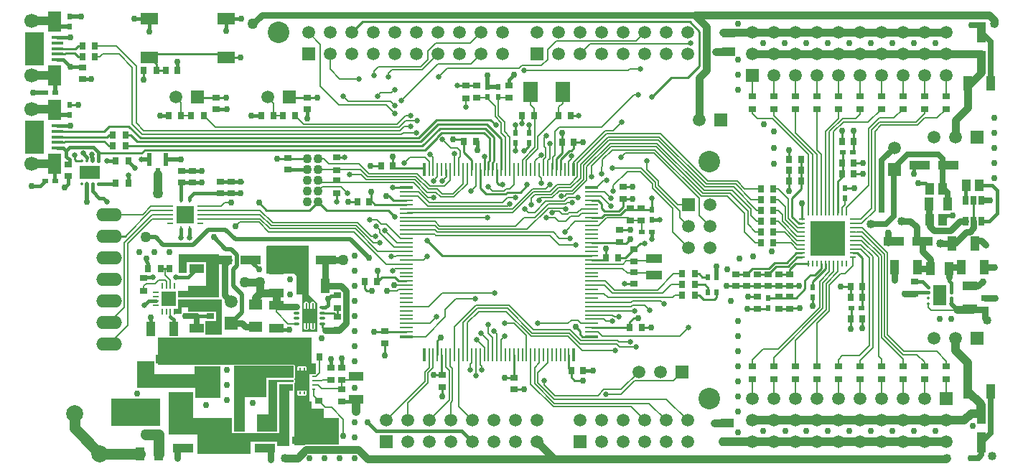
<source format=gtl>
%FSTAX23Y23*%
%MOIN*%
%SFA1B1*%

%IPPOS*%
%ADD10R,0.031500X0.035430*%
%ADD11R,0.035430X0.031500*%
%ADD12R,0.039370X0.094490*%
%ADD13R,0.043310X0.066930*%
%ADD14R,0.094490X0.039370*%
%ADD15R,0.066930X0.043310*%
%ADD16R,0.092520X0.072840*%
%ADD17R,0.023620X0.031500*%
%ADD18R,0.031500X0.023620*%
%ADD19R,0.059060X0.039370*%
%ADD20R,0.039370X0.059060*%
%ADD21R,0.053150X0.015750*%
%ADD22R,0.090550X0.157480*%
%ADD23R,0.062990X0.094490*%
%ADD24R,0.110240X0.137800*%
%ADD25R,0.023620X0.062990*%
%ADD26R,0.027560X0.035430*%
%ADD27R,0.035430X0.027560*%
%ADD28R,0.082680X0.055120*%
%ADD29R,0.019690X0.031500*%
%ADD30R,0.078740X0.078740*%
%ADD31O,0.031500X0.007870*%
%ADD32O,0.007870X0.031500*%
%ADD33O,0.019690X0.013780*%
%ADD34R,0.064960X0.094490*%
%ADD35R,0.094490X0.064960*%
%ADD36O,0.013780X0.019690*%
%ADD37R,0.074800X0.043310*%
%ADD38R,0.027560X0.039370*%
%ADD39O,0.019690X0.007870*%
%ADD40R,0.059060X0.068900*%
%ADD41O,0.031500X0.013780*%
%ADD42R,0.043310X0.055120*%
%ADD43R,0.064960X0.049210*%
%ADD44R,0.066930X0.066930*%
%ADD45R,0.015750X0.059060*%
%ADD46R,0.011020X0.059060*%
%ADD47R,0.059060X0.015750*%
%ADD48R,0.059060X0.011020*%
%ADD49O,0.031500X0.009840*%
%ADD50O,0.009840X0.031500*%
%ADD51R,0.161420X0.161420*%
%ADD52R,0.070870X0.094490*%
%ADD53C,0.010000*%
%ADD54C,0.008000*%
%ADD55C,0.030000*%
%ADD56C,0.020000*%
%ADD57C,0.015000*%
%ADD58C,0.035000*%
%ADD59C,0.040000*%
%ADD60C,0.050000*%
%ADD61C,0.025000*%
%ADD62R,0.010000X0.016000*%
%ADD63R,0.010000X0.025000*%
%ADD64C,0.059060*%
%ADD65R,0.059060X0.059060*%
%ADD66C,0.078740*%
%ADD67C,0.066930*%
%ADD68C,0.043310*%
%ADD69R,0.059060X0.059060*%
%ADD70O,0.120000X0.060000*%
%ADD71C,0.100000*%
%ADD72C,0.025000*%
%ADD73C,0.030000*%
%ADD74C,0.050000*%
%ADD75C,0.040000*%
%LNhammerhead_pcb_r1.0-1*%
%LPD*%
G36*
X0132Y00402D02*
X01245D01*
Y00172*
X0115*
Y00252*
X01205*
Y00412*
X0132*
Y00402*
G37*
G36*
X00988Y00621D02*
X0091D01*
Y00684*
X0096*
Y00729*
X00958*
Y00729*
X00911*
Y00729*
X0083*
Y0075*
X008*
Y00718*
X0077*
Y00741*
X00783*
Y00785*
X00988*
Y00621*
G37*
G36*
X00675Y0044D02*
X0086D01*
Y00475*
X0098*
Y0033*
X00865*
Y00375*
X00595*
Y005*
X00675*
Y0044*
G37*
G36*
X007Y002D02*
X00475D01*
Y00325*
X007*
Y002*
G37*
G36*
X0132Y00422D02*
X01195D01*
Y00332*
X01095*
Y00172*
X01045*
Y00477*
X0132*
Y00422*
G37*
G36*
X00975Y00973D02*
X00974Y0097D01*
X00975Y00966*
Y00796*
X00783*
Y00824*
X0083*
Y0085*
X00913*
Y00957*
X00823*
Y00909*
X00786*
Y00995*
X00975*
Y00973*
G37*
G36*
X0139Y0081D02*
X01422Y00777D01*
X01419Y00773*
X01415Y00775*
X01405*
X014Y00773*
X01398Y00769*
Y00744*
X014Y00739*
X01405Y00737*
X01415*
X01419Y00739*
X01421Y00744*
Y00769*
X01419Y00773*
X01423Y00776*
X0143Y0077*
Y00635*
X0136*
Y0081*
X01335*
Y00895*
X01325Y00905*
X01195*
Y01033*
X01196Y01034*
X0139*
Y0081*
G37*
G36*
X01318Y00362D02*
X013D01*
Y00105*
X01245*
Y00125*
X0112*
Y0007*
X00875*
Y0016*
X0074*
Y00355*
X00855*
Y00235*
X01035*
Y00165*
X01255*
Y00393*
X01318*
Y00362*
G37*
G36*
X01405Y0049D02*
X01425D01*
Y00441*
X01423Y0044*
X01395*
Y0028*
X01457*
X01459Y00277*
X0146Y00277*
Y00235*
X0153*
Y00112*
X01379*
X01369Y0011*
X01368Y0011*
X01325*
Y00398*
X01326Y00402*
Y00412*
X01325Y00416*
Y00418*
X01326Y00422*
Y00477*
X01325Y00481*
Y00482*
X01323*
X0132Y00483*
X01045*
X01041Y00482*
X0069*
Y0061*
X01405*
Y0049*
G37*
%LNhammerhead_pcb_r1.0-2*%
%LPC*%
G36*
X01415Y00682D02*
X01405D01*
X014Y0068*
X01398Y00676*
Y00651*
X014Y00646*
X01405Y00644*
X01415*
X01419Y00646*
X01421Y00651*
Y00676*
X01419Y0068*
X01415Y00682*
G37*
G36*
X01385Y00775D02*
X01375D01*
X0137Y00773*
X01368Y00769*
Y00744*
X0137Y00739*
X01375Y00737*
X01385*
X01389Y00739*
X01391Y00744*
Y00769*
X01389Y00773*
X01385Y00775*
G37*
G36*
Y00682D02*
X01375D01*
X0137Y0068*
X01368Y00676*
Y00651*
X0137Y00646*
X01375Y00644*
X01385*
X01389Y00646*
X01391Y00651*
Y00676*
X01389Y0068*
X01385Y00682*
G37*
G36*
X01375Y00366D02*
X01365D01*
X0136Y00365*
X01359*
X01355Y00366*
X01345*
X0134Y00365*
X01338Y0036*
Y00344*
X0134Y00339*
X01345Y00338*
X01355*
X01359Y00339*
X0136*
X01365Y00338*
X01375*
X01379Y00339*
X01381Y00344*
Y0036*
X01379Y00365*
X01375Y00366*
G37*
G36*
Y00476D02*
X01365D01*
X0136Y00475*
X01359*
X01355Y00476*
X01345*
X0134Y00475*
X01338Y0047*
Y00454*
X0134Y00449*
X01345Y00448*
X01355*
X01359Y00449*
X0136*
X01365Y00448*
X01375*
X01379Y00449*
X01381Y00454*
Y0047*
X01379Y00475*
X01375Y00476*
G37*
%LNhammerhead_pcb_r1.0-3*%
%LPD*%
G54D10*
X02382Y0164D03*
X02437D03*
X02607D03*
X02552D03*
X01652Y0087D03*
X01707D03*
X02665Y00455D03*
X0261D03*
X02937Y00655D03*
X02882D03*
X02622Y01515D03*
X02567D03*
X01727Y01405D03*
X01782D03*
X02167Y0152D03*
X02112D03*
X03907Y00845D03*
X03962D03*
X03907Y00795D03*
X03962D03*
X03922Y0137D03*
X03867D03*
X03922Y0142D03*
X03867D03*
X04052Y01305D03*
X04107D03*
X04052Y01255D03*
X04107D03*
X04052Y01205D03*
X04107D03*
X01327Y00132D03*
X01272D03*
X01387Y00517D03*
X01442D03*
X03867Y0152D03*
X03922D03*
X03962Y00695D03*
X03907D03*
X03622Y01385D03*
X03677D03*
X03622Y01335D03*
X03677D03*
X00782Y0185D03*
X00727D03*
X01617Y0124D03*
X01672D03*
X02827Y0098D03*
X02772D03*
G54D11*
X02885Y01152D03*
Y01207D03*
X02935Y01152D03*
Y01207D03*
X029Y00857D03*
Y00912D03*
Y01017D03*
Y00962D03*
X01745Y00582D03*
Y00637D03*
X02012Y00379D03*
Y00434D03*
X02345Y00367D03*
Y00422D03*
X02835Y01107D03*
Y01052D03*
X0285Y01307D03*
Y01252D03*
X03425Y00847D03*
Y00902D03*
X03375Y00847D03*
Y00902D03*
X03475Y00847D03*
Y00902D03*
X03525Y00847D03*
Y00902D03*
X03625Y00847D03*
Y00902D03*
X03575Y00847D03*
Y00902D03*
X03625Y00742D03*
Y00797D03*
X03575Y00742D03*
Y00797D03*
X0453Y00792D03*
Y00737D03*
X00935Y00707D03*
Y00762D03*
X00275Y01357D03*
Y01412D03*
X0034Y01807D03*
Y01862D03*
X0096Y01667D03*
Y01722D03*
X01385Y01667D03*
Y01722D03*
X03475Y00797D03*
Y00742D03*
X04205Y00812D03*
Y00867D03*
X01436Y0026D03*
Y00315D03*
X01495Y00468D03*
Y00413D03*
X008Y01382D03*
Y01327D03*
X0085Y01382D03*
Y01327D03*
X0217Y01777D03*
Y01722D03*
X0232Y01777D03*
Y01722D03*
X01295Y01442D03*
Y01387D03*
X0098Y01332D03*
Y01277D03*
X0103Y01332D03*
Y01277D03*
G54D12*
X04515Y00123D03*
Y00256D03*
Y02026D03*
Y01893D03*
G54D13*
X04451Y0036D03*
X04558D03*
X04451Y0179D03*
X04558D03*
X01276Y00277D03*
X01383D03*
X01276Y00197D03*
X01383D03*
X01071Y00212D03*
X01178D03*
X04421Y00935D03*
X04528D03*
X04218D03*
X04111D03*
X01468Y0085D03*
X01361D03*
X00763Y0065D03*
X00656D03*
X04376Y01045D03*
X04483D03*
G54D14*
X01186Y00095D03*
X01053D03*
X00808D03*
X00941D03*
X04108Y01055D03*
X04241D03*
X01121Y0097D03*
X00988D03*
X01338D03*
X01471D03*
X04361Y0141D03*
X04228D03*
G54D15*
X00795Y00401D03*
Y00508D03*
X00715Y00401D03*
Y00508D03*
X01612Y00428D03*
Y00321D03*
X0446Y00741D03*
Y00848D03*
X0087Y00758D03*
Y00651D03*
Y00821D03*
Y00928D03*
X0124Y00758D03*
Y00651D03*
Y00816D03*
Y00923D03*
G54D16*
X00648Y00285D03*
X00791D03*
G54D17*
X02985Y01156D03*
Y01203D03*
X03525Y00793D03*
Y00746D03*
X0373Y00796D03*
Y00843D03*
X0388Y01303D03*
Y01256D03*
X0028Y02098D03*
Y02051D03*
Y01688D03*
Y01641D03*
X0222Y01773D03*
Y01726D03*
X0227Y01773D03*
Y01726D03*
X0235Y01511D03*
Y01558D03*
X02415Y01511D03*
Y01558D03*
G54D18*
X02983Y011D03*
X02936D03*
X03958Y00745D03*
X03911D03*
X03871Y0147D03*
X03918D03*
X00166Y01335D03*
X00213D03*
X00166Y01745D03*
X00213D03*
G54D19*
X03335Y00213D03*
Y00126D03*
X0334Y02023D03*
Y01936D03*
G54D20*
X00693Y0007D03*
X00606D03*
X04363Y0093D03*
X04276D03*
X04271Y0123D03*
X04358D03*
G54D21*
X00223Y01515D03*
Y01592D03*
Y01566D03*
Y0154D03*
Y01489D03*
Y01925D03*
Y02002D03*
Y01976D03*
Y0195D03*
Y01899D03*
G54D22*
X00118Y0154D03*
Y0195D03*
G54D23*
X00212Y01665D03*
Y01416D03*
Y02075D03*
Y01826D03*
G54D24*
X00921Y00402D03*
X01138D03*
G54D25*
X0069Y01364D03*
X00652Y01435D03*
X00727D03*
G54D26*
X03125Y00855D03*
X03184D03*
Y00905D03*
X03125D03*
Y00805D03*
X03184D03*
X00904Y0164D03*
X00845D03*
X0074D03*
X00799D03*
X01329D03*
X0127D03*
X0117D03*
X01229D03*
X0349Y011D03*
X03549D03*
X0349Y0105D03*
X03549D03*
X00482Y01548D03*
X00541D03*
X00482Y01498D03*
X00541D03*
X0034Y01962D03*
X00399D03*
X0034Y01912D03*
X00399D03*
X00554Y0143D03*
X00495D03*
X00554Y01325D03*
X00495D03*
X0349Y0125D03*
X03549D03*
X0349Y012D03*
X03549D03*
X0349Y0115D03*
X03549D03*
X0349Y013D03*
X03549D03*
X00745Y0093D03*
X00804D03*
X00645D03*
X00704D03*
X0362Y01435D03*
X03679D03*
X00684Y0185D03*
X00625D03*
G54D27*
X0435Y00474D03*
Y00415D03*
Y01729D03*
Y0167D03*
X0425Y00474D03*
Y00415D03*
Y01729D03*
Y0167D03*
X0415Y00474D03*
Y00415D03*
Y01729D03*
Y0167D03*
X0405Y00474D03*
Y00415D03*
Y01729D03*
Y0167D03*
X0395Y00474D03*
Y00415D03*
Y01729D03*
Y0167D03*
X0385Y00474D03*
Y00415D03*
Y01729D03*
Y0167D03*
X0375Y00474D03*
Y00415D03*
Y01729D03*
Y0167D03*
X0365Y00474D03*
Y00415D03*
Y01729D03*
Y0167D03*
X0355Y00474D03*
Y00415D03*
Y01729D03*
Y0167D03*
X0345Y00474D03*
Y00415D03*
Y01729D03*
Y0167D03*
X01544Y00311D03*
Y0037D03*
Y0047D03*
Y00411D03*
X01525Y00704D03*
Y00645D03*
Y00804D03*
Y00745D03*
X0152Y01385D03*
Y01444D03*
Y01339D03*
Y0128D03*
X0212Y01779D03*
Y0172D03*
X00625Y00884D03*
Y00825D03*
G54D28*
X01007Y0209D03*
X00652D03*
X01007Y01909D03*
X00652D03*
G54D29*
X03285Y0089D03*
Y0082D03*
X03245Y0089D03*
Y0082D03*
G54D30*
X00818Y0118D03*
G54D31*
X00886Y01219D03*
Y01199D03*
Y0118D03*
Y0116D03*
Y0114D03*
X00749D03*
Y0116D03*
Y0118D03*
Y01199D03*
Y01219D03*
X0068Y00819D03*
Y00799D03*
Y0078D03*
Y0076D03*
X00799D03*
Y0078D03*
Y00799D03*
Y00819D03*
G54D32*
X00837Y01111D03*
X00798D03*
Y01248D03*
X00837D03*
X00769Y00849D03*
X00749D03*
X0073D03*
X0071D03*
Y0073D03*
X0073D03*
X00749D03*
X00769D03*
G54D33*
X04373Y00766D03*
Y00792D03*
Y00817D03*
Y00843D03*
X04266D03*
Y00817D03*
Y00792D03*
Y00766D03*
G54D34*
X0432Y00805D03*
X0136Y00407D03*
G54D35*
X00375Y01375D03*
G54D36*
X00336Y01428D03*
X00362D03*
X00387D03*
X00413D03*
Y01321D03*
X00387D03*
X00362D03*
X00336D03*
G54D37*
X02995Y00976D03*
Y009D03*
G54D38*
X04514Y01244D03*
X04477D03*
X0444D03*
X04514Y0115D03*
X04477D03*
X0444D03*
G54D39*
X01306Y00368D03*
Y00387D03*
Y00407D03*
Y00427D03*
Y00446D03*
X01413D03*
Y00427D03*
Y00407D03*
Y00387D03*
Y00368D03*
G54D40*
X01395Y0071D03*
G54D41*
X01335Y00671D03*
Y00697D03*
Y00722D03*
Y00748D03*
X01454D03*
Y00722D03*
Y00697D03*
Y00671D03*
G54D42*
X04334Y013D03*
X04275D03*
Y01155D03*
X04334D03*
X04504Y01315D03*
X04445D03*
G54D43*
X01145Y00762D03*
Y00657D03*
G54D44*
X0074Y0079D03*
G54D45*
X02621Y01389D03*
X01928D03*
Y0053D03*
X02621D03*
G54D46*
X02599Y01389D03*
X0258D03*
X0256D03*
X0254D03*
X02521D03*
X02501D03*
X02481D03*
X02462D03*
X02442D03*
X02422D03*
X02402D03*
X02383D03*
X02363D03*
X02343D03*
X02324D03*
X02304D03*
X02284D03*
X02265D03*
X02245D03*
X02225D03*
X02206D03*
X02186D03*
X02166D03*
X02147D03*
X02127D03*
X02107D03*
X02087D03*
X02068D03*
X02048D03*
X02028D03*
X02009D03*
X01989D03*
X01969D03*
X0195D03*
Y0053D03*
X01969D03*
X01989D03*
X02009D03*
X02028D03*
X02048D03*
X02068D03*
X02087D03*
X02107D03*
X02127D03*
X02147D03*
X02166D03*
X02186D03*
X02206D03*
X02225D03*
X02245D03*
X02265D03*
X02284D03*
X02304D03*
X02324D03*
X02343D03*
X02363D03*
X02383D03*
X02402D03*
X02422D03*
X02442D03*
X02462D03*
X02481D03*
X02501D03*
X02521D03*
X0254D03*
X0256D03*
X0258D03*
X02599D03*
G54D47*
X01845Y01306D03*
Y00613D03*
X02704D03*
Y01306D03*
G54D48*
X01845Y01284D03*
Y01265D03*
Y01245D03*
Y01225D03*
Y01206D03*
Y01186D03*
Y01166D03*
Y01147D03*
Y01127D03*
Y01107D03*
Y01087D03*
Y01068D03*
Y01048D03*
Y01028D03*
Y01009D03*
Y00989D03*
Y00969D03*
Y0095D03*
Y0093D03*
Y0091D03*
Y00891D03*
Y00871D03*
Y00851D03*
Y00832D03*
Y00812D03*
Y00792D03*
Y00772D03*
Y00753D03*
Y00733D03*
Y00713D03*
Y00694D03*
Y00674D03*
Y00654D03*
Y00635D03*
X02704D03*
Y00654D03*
Y00674D03*
Y00694D03*
Y00713D03*
Y00733D03*
Y00753D03*
Y00772D03*
Y00792D03*
Y00812D03*
Y00832D03*
Y00851D03*
Y00871D03*
Y00891D03*
Y0091D03*
Y0093D03*
Y0095D03*
Y00969D03*
Y00989D03*
Y01009D03*
Y01028D03*
Y01048D03*
Y01068D03*
Y01087D03*
Y01107D03*
Y01127D03*
Y01147D03*
Y01166D03*
Y01186D03*
Y01206D03*
Y01225D03*
Y01245D03*
Y01265D03*
Y01284D03*
G54D49*
X03681Y01158D03*
Y01138D03*
Y01119D03*
Y01099D03*
Y01079D03*
Y0106D03*
Y0104D03*
Y0102D03*
Y01001D03*
Y00981D03*
X03918D03*
Y01001D03*
Y0102D03*
Y0104D03*
Y0106D03*
Y01079D03*
Y01099D03*
Y01119D03*
Y01138D03*
Y01158D03*
G54D50*
X03711Y00951D03*
X03731D03*
X0375D03*
X0377D03*
X0379D03*
X03809D03*
X03829D03*
X03849D03*
X03868D03*
X03888D03*
Y01188D03*
X03868D03*
X03849D03*
X03829D03*
X03809D03*
X0379D03*
X0377D03*
X0375D03*
X03731D03*
X03711D03*
G54D51*
X038Y0107D03*
G54D52*
X0242Y0175D03*
X0257D03*
G54D53*
X0285Y01252D02*
X02895D01*
X019Y01535D02*
X01985Y0162D01*
X0191Y01519D02*
X01991Y016D01*
X01919Y01499D02*
X02Y0158D01*
X0061Y01535D02*
X019D01*
X01906Y01519D02*
X0191D01*
X01906Y01519D02*
X01906Y01519D01*
X00603Y01519D02*
X01906D01*
X01765Y01265D02*
X01784Y01245D01*
X0179Y0089D02*
X01808Y00871D01*
X01732Y0089D02*
X0179D01*
X01435Y0124D02*
X01475Y012D01*
X02218Y016D02*
X02284Y01533D01*
Y01389D02*
Y01533D01*
X02246Y01425D02*
X0225Y01429D01*
X02246Y01423D02*
Y01425D01*
X02245Y01422D02*
X02246Y01423D01*
X02225Y01425D02*
X0223Y0143D01*
X02245Y01389D02*
Y01422D01*
X02415Y01558D02*
Y01595D01*
X0235Y01558D02*
Y01595D01*
X02382Y01602D02*
Y0164D01*
X02645D02*
D01*
X02607D02*
X02645D01*
X02401Y01323D02*
X02405Y0132D01*
X0201Y00989D02*
X02704D01*
X0116Y01235D02*
X01195Y012D01*
X01395*
X01435Y0124*
X00258Y01518D02*
X00442D01*
X00258Y01538D02*
X00453D01*
X00311Y01428D02*
X00336D01*
X00305Y01435D02*
X00311Y01428D01*
X00305Y01435D02*
Y01455D01*
X00256Y01515D02*
X00258Y01518D01*
X00223Y01515D02*
X00256D01*
X01302Y01722D02*
X01385D01*
X02112Y01467D02*
Y0153D01*
Y01467D02*
X02147Y01432D01*
X02Y0158D02*
X0221D01*
X01991Y016D02*
X02218D01*
X01985Y0162D02*
X02235D01*
X0206Y0153D02*
X02112D01*
X0194Y0106D02*
X0201Y00989D01*
X02835Y01107D02*
X02885D01*
X0285Y01307D02*
X02895D01*
X02865Y01045D02*
X02885Y01065D01*
X02842Y01045D02*
X02865D01*
X02835Y01052D02*
X02842Y01045D01*
X02661Y00613D02*
X02704D01*
X0265Y00625D02*
X02661Y00613D01*
X0265Y00625D02*
Y0064D01*
X0263Y0066D02*
X0265Y0064D01*
X01782Y01405D02*
Y01447D01*
X02985Y01203D02*
Y01255D01*
X03205Y0187D02*
Y0203D01*
X0315Y01815D02*
X03205Y0187D01*
X02275Y0132D02*
X0229D01*
X02265Y01329D02*
X02275Y0132D01*
X02265Y01329D02*
Y01389D01*
X01989Y0053D02*
Y00594D01*
X02009Y00437D02*
Y0053D01*
X01007Y01909D02*
X01075D01*
X00684Y0185D02*
X00727D01*
X01245Y0144D02*
X01385D01*
X0152Y01444D02*
X01559D01*
X0152Y0124D02*
Y0128D01*
X0235Y01475D02*
Y01511D01*
X02415Y015D02*
Y01511D01*
X0239Y01475D02*
X02415Y015D01*
X01385Y01722D02*
X0143D01*
X00625Y01805D02*
Y0185D01*
X00652Y01909D02*
X00684Y01877D01*
Y0185D02*
Y01877D01*
X013Y01725D02*
X01302Y01722D01*
X0096D02*
X01007D01*
X00875Y01725D02*
X00877Y01722D01*
X0096*
X02235Y0162D02*
X0226Y01595D01*
X0063Y0148D02*
X0193D01*
X00555Y0159D02*
X0061Y01535D01*
X00603Y01519D02*
X00603Y01519D01*
X00593Y01519D02*
X00603D01*
X00565Y01548D02*
X00593Y01519D01*
X00566Y01499D02*
X01919D01*
X00615Y01465D02*
X0063Y0148D01*
X0042Y01465D02*
X00615D01*
X00541Y01548D02*
X00565D01*
X00465Y0159D02*
X00555D01*
X00441Y01566D02*
X00465Y0159D01*
X00223Y01566D02*
X00441D01*
X00223Y01566D02*
X00223Y01566D01*
X0221Y0158D02*
X0225Y0154D01*
Y01429D02*
Y0154D01*
X00541Y01498D02*
X00565D01*
X00566Y01499*
X00442Y01518D02*
X00463Y01498D01*
X00453Y01538D02*
X00463Y01548D01*
X02205Y0156D02*
X0223Y01535D01*
Y0143D02*
Y01535D01*
X02147Y01389D02*
Y01432D01*
X02225Y01389D02*
Y01425D01*
X02206Y01389D02*
Y0145D01*
X00463Y01548D02*
X00482D01*
X00463Y01498D02*
X00482D01*
X00256Y0154D02*
X00258Y01538D01*
X00223Y0154D02*
X00256D01*
X0197Y00434D02*
X02012D01*
Y00334D02*
Y00379D01*
X01662Y00826D02*
X01684D01*
X01652Y00835D02*
X01662Y00826D01*
X01652Y00835D02*
Y0087D01*
X0026Y0195D02*
X00262Y01948D01*
X00223Y0195D02*
X0026D01*
Y01925D02*
X00262Y01928D01*
X00321Y01962D02*
X0034D01*
X00307Y01948D02*
X00321Y01962D01*
X00262Y01948D02*
X00307D01*
X00321Y01912D02*
X0034D01*
X00304Y01928D02*
X00321Y01912D01*
X00262Y01928D02*
X00304D01*
X03677Y01297D02*
Y01335D01*
X03635Y01255D02*
X03677Y01297D01*
X03635Y0117D02*
Y01255D01*
X03622Y0129D02*
Y01385D01*
X0362Y01435D02*
Y0148D01*
X03681Y01158D02*
Y01233D01*
X03666Y01138D02*
X03681D01*
X03635Y0117D02*
X03666Y01138D01*
X03679Y01336D02*
Y01435D01*
X01808Y00871D02*
X01845D01*
X01784Y01245D02*
X01845D01*
X01712Y0087D02*
X01732Y0089D01*
X01454Y00654D02*
X01468Y00641D01*
X01454Y00654D02*
Y00671D01*
X01525Y00704D02*
Y00745D01*
X01506Y00722D02*
X01525Y00704D01*
X01454Y00722D02*
X01506D01*
X02599Y00465D02*
Y0053D01*
X00704Y0093D02*
X00745D01*
X03285Y00795D02*
Y0082D01*
X03275Y00785D02*
X03285Y00795D01*
X03225Y00785D02*
X03275D01*
X03205Y00805D02*
X03225Y00785D01*
X03184Y00805D02*
X03205D01*
X03245Y0082D02*
Y00839D01*
X0323Y00855D02*
X03245Y00839D01*
X03184Y00855D02*
X0323D01*
X03219Y0089D02*
X03245D01*
X03205Y00905D02*
X03219Y0089D01*
X03184Y00905D02*
X03205D01*
X03922Y0152D02*
Y01567D01*
X03427Y00742D02*
X03475D01*
X03907Y00647D02*
Y00695D01*
X04205Y00812D02*
X0421Y00817D01*
X04554Y01244D02*
X04555Y01245D01*
X04477Y0115D02*
Y01244D01*
X03962Y00845D02*
Y00977D01*
X03938Y01001D02*
X03962Y00977D01*
X03918Y01001D02*
X03938D01*
X0386Y00845D02*
X03915D01*
X0373Y00855D02*
Y00867D01*
X0379Y00927D02*
Y00951D01*
X0373Y00867D02*
X0379Y00927D01*
X0377Y0093D02*
Y00951D01*
X0374Y009D02*
X0377Y0093D01*
X0372Y009D02*
X0374D01*
X03695Y00875D02*
X0372Y009D01*
X03695Y00835D02*
Y00875D01*
X03653Y00793D02*
X03695Y00835D01*
X03525Y00793D02*
X03653D01*
X0373Y00755D02*
Y00796D01*
X03867Y0152D02*
Y01567D01*
X03918Y0147D02*
X03922Y01473D01*
Y0152*
X03965Y0142D02*
D01*
X03922D02*
X03965D01*
Y0137D02*
D01*
X03922D02*
X03965D01*
X0388Y01303D02*
X03923D01*
X03871Y01373D02*
Y0147D01*
X03867Y0136D02*
Y0137D01*
Y01352D02*
Y0136D01*
X0386Y01352D02*
X03867Y0136D01*
X03849Y01188D02*
Y01334D01*
X03867Y01352*
X01679Y01405D02*
X01727D01*
X02831Y01048D02*
X02835Y01052D01*
X02704Y01048D02*
X02831D01*
X02937Y00655D02*
X0298D01*
X02345Y00367D02*
X0239D01*
X023Y00422D02*
X02345D01*
X02343Y00431D02*
Y0053D01*
X01989Y00594D02*
X02005Y0061D01*
X01745Y00525D02*
Y00582D01*
X01695Y00635D02*
X01845D01*
X01712Y0087D02*
Y00917D01*
X01575Y0124D02*
X01622D01*
X02857Y00857D02*
X029D01*
X02895Y01027D02*
D01*
X03867Y0137D02*
X03871Y01373D01*
X03962Y00652D02*
Y00695D01*
X03907Y00795D02*
Y00845D01*
Y00695D02*
X03911Y00698D01*
Y00745*
X03962Y00748D02*
Y00795D01*
Y00845*
X03958Y00745D02*
X03962Y00748D01*
X03432Y00797D02*
X03475D01*
X03521Y00742D02*
X03525Y00746D01*
X03475Y00742D02*
X03521D01*
X03627Y00745D02*
X0367D01*
X03625Y00742D02*
X03627Y00745D01*
X03575Y00742D02*
X03625D01*
X03332Y00847D02*
X03375D01*
X03625D02*
X03667D01*
X03575D02*
X03625D01*
X03525D02*
X03575D01*
X03475D02*
X03525D01*
X03425D02*
X03475D01*
X03375D02*
X03425D01*
X03655Y01001D02*
X03681D01*
X03658Y00981D02*
X03681D01*
X03617Y0094D02*
X03658Y00981D01*
X0361Y00956D02*
X03655Y01001D01*
X03555Y00956D02*
X0361D01*
X03562Y0094D02*
X03617D01*
X03651Y00951D02*
X03711D01*
X03625Y00925D02*
X03651Y00951D01*
X03625Y00902D02*
Y00925D01*
X03529Y00929D02*
X03555Y00956D01*
X03451Y00929D02*
X03529D01*
X03425Y00902D02*
X03451Y00929D01*
X03375Y00902D02*
X03425D01*
X03475D02*
X03525D01*
X03562Y0094*
X03575Y00902D02*
X03625D01*
X01475Y012D02*
X0176D01*
X0179Y0117*
X02373Y01283D02*
X02401Y01311D01*
Y01323*
X02313Y01283D02*
X02373D01*
X02305Y01275D02*
X02313Y01283D01*
X02186Y01303D02*
Y01389D01*
Y01303D02*
X02215Y01275D01*
X02305*
X02567Y01515D02*
Y01557D01*
X02622Y01515D02*
X02665D01*
X02622D02*
D01*
Y01487D02*
Y01515D01*
X02567Y01466D02*
Y01515D01*
X02601Y01476D02*
X02611D01*
X02622Y01487*
X02704Y01166D02*
X02751D01*
X02704Y01245D02*
X02735D01*
X0275Y0123*
X02751Y01166D02*
X02764Y01179D01*
X0275Y0121D02*
Y0123D01*
Y0121D02*
X02765Y01195D01*
X0283*
X0285Y01215*
Y01252*
X02836Y01179D02*
X02861Y01203D01*
X02985*
X02764Y01179D02*
X02836D01*
X029Y01017D02*
X02902D01*
X0293Y01045*
X0295*
X0256Y01389D02*
Y01435D01*
X02601Y01476*
X0254Y01389D02*
Y01439D01*
X02567Y01466*
X029Y007D02*
X0292D01*
X02704Y00654D02*
X02882D01*
X02772Y0098D02*
Y01022D01*
X02827Y0098D02*
X02862D01*
X029Y01017*
X02704Y00969D02*
X02762D01*
X02772Y0098*
X0028Y01688D02*
X0032D01*
X00652Y01909D02*
X00668Y01925D01*
X00991*
X01007Y01909*
X0193Y0148D02*
X01986Y01536D01*
Y01539*
X02006Y0156*
X02205*
X00223Y01925D02*
X0026D01*
X02082Y01777D02*
X0217D01*
X0316Y02075D02*
X03205Y0203D01*
X0159Y02025D02*
X0164Y02075D01*
X0316*
X0168Y01245D02*
Y01285D01*
Y01245D02*
X01699Y01225D01*
X01845*
X0175Y01265D02*
X01765D01*
X0178Y01305D02*
X01844D01*
X01845Y01306*
X01782Y01405D02*
X01792Y01395D01*
X01922*
X01928Y01389*
X02985Y01725D02*
X03075Y01815D01*
X0315*
X00465Y0108D02*
X0054D01*
X02882Y00682D02*
X029Y007D01*
X02882Y00654D02*
Y00682D01*
X02615Y00455D02*
Y00465D01*
X0261Y00424D02*
Y00455D01*
Y00424D02*
X02625Y0041D01*
X02665*
G54D54*
X0177Y01705D02*
X0179Y01684D01*
X0184Y0164D02*
X01865D01*
X0197Y01335D02*
X01989Y01354D01*
Y01389*
X0206Y01275D02*
X02107Y01322D01*
X02065Y01261D02*
X02127Y01322D01*
X02004Y01261D02*
X02065D01*
X02127Y01322D02*
Y01389D01*
X0201Y01275D02*
X0206D01*
X0175Y0095D02*
X01845D01*
X0179Y0093D02*
X01845D01*
X0178Y0092D02*
X0179Y0093D01*
X02595Y0126D02*
X0264D01*
X0258Y01265D02*
X02589Y01274D01*
X02565Y01265D02*
X0258D01*
X0259Y01235D02*
X02615D01*
X02589Y01274D02*
X02617D01*
X0239Y01165D02*
X0244D01*
X0241Y0119D02*
X0244D01*
X02656Y01186D02*
X02704D01*
X02656Y01206D02*
X02704D01*
X01924Y00969D02*
X0194Y00985D01*
X01845Y00969D02*
X01924D01*
X01799Y00989D02*
X01845D01*
X01795Y00985D02*
X01799Y00989D01*
X01775Y00985D02*
X01795D01*
X01711Y01009D02*
X01845D01*
X02455Y00445D02*
X02501Y00491D01*
X02455Y00399D02*
Y00445D01*
Y00399D02*
X02532Y00322D01*
X0244Y0047D02*
X02462Y00492D01*
X0244Y00394D02*
Y0047D01*
Y00394D02*
X02531Y00303D01*
X02422Y00392D02*
Y0053D01*
Y00392D02*
X02526Y00289D01*
X02501Y00491D02*
Y0053D01*
X02462Y00492D02*
Y0053D01*
X02395Y01205D02*
X0241Y0119D01*
X01775Y01745D02*
X0179Y0176D01*
X01725Y01745D02*
X01775D01*
X0171Y0173D02*
X01725Y01745D01*
X016Y011D02*
X0175Y0095D01*
X01745Y01105D02*
X01801Y01048D01*
X01845*
X01816Y01068D02*
X01845D01*
X01806Y01078D02*
X01816Y01068D01*
X01786Y01028D02*
X01845D01*
X01606Y01114D02*
X01711Y01009D01*
X0168Y0108D02*
X017D01*
X01618Y01142D02*
X0168Y0108D01*
X0169Y0105D02*
X0172D01*
X01612Y01128D02*
X0169Y0105D01*
X01205Y011D02*
X016D01*
X01211Y01114D02*
X01606D01*
X01217Y01128D02*
X01612D01*
X01223Y01142D02*
X01618D01*
X01165Y01199D02*
X01223Y01142D01*
X01165Y0118D02*
X01217Y01128D01*
X01165Y0116D02*
X01211Y01114D01*
X0116Y01145D02*
X01205Y011D01*
X023Y01565D02*
X02324Y0154D01*
X023Y01565D02*
Y0161D01*
X02324Y01389D02*
Y0154D01*
X02285Y0156D02*
X02304Y0154D01*
Y01389D02*
Y0154D01*
X02285Y0156D02*
Y01605D01*
X0227Y0164D02*
X023Y0161D01*
X02256Y01634D02*
X02285Y01605D01*
X02075Y0079D02*
X02165D01*
X02025Y0074D02*
X02075Y0079D01*
X01954Y00674D02*
X01985Y00705D01*
X02726Y01306D02*
X0276Y0134D01*
X02704Y01306D02*
X02726D01*
X0107Y01145D02*
X0116D01*
X0105Y01125D02*
X0107Y01145D01*
X00886Y0116D02*
X01165D01*
X00886Y0118D02*
X01165D01*
X02555Y0104D02*
X0263D01*
X02842Y00367D02*
X02925Y0045D01*
X0276Y00367D02*
X02842D01*
X02535Y0034D02*
X02733D01*
X02485Y0039D02*
X02535Y0034D01*
X02485Y0039D02*
Y0041D01*
X02532Y00322D02*
X03052D01*
X02531Y00303D02*
X02972D01*
X02526Y00289D02*
X02886D01*
X02733Y0034D02*
X0276Y00367D01*
X0277Y00345D02*
X0284D01*
X02905Y0041*
X03085*
X03125Y0045*
X03052Y00322D02*
X0315Y00225D01*
X02555Y0107D02*
X02605D01*
X0155Y0173D02*
X01575Y01705D01*
X0177*
X0175Y0169D02*
X0179Y0165D01*
X02095Y0145D02*
Y01475D01*
X0208Y0149D02*
X02095Y01475D01*
X02206Y0053D02*
Y00563D01*
X0217Y006D02*
X02206Y00563D01*
X02225Y0053D02*
Y00594D01*
X02256Y01634D02*
Y01682D01*
X02216Y01722D02*
X02256Y01682D01*
X0227Y0164D02*
Y01726D01*
X02455Y00674D02*
X02594D01*
X02655Y00675D02*
X02705D01*
X0264Y0069D02*
X02655Y00675D01*
X02595Y00615D02*
X0266Y0055D01*
X02815*
X0261Y0069D02*
X0264D01*
X02594Y00674D02*
X0261Y0069D01*
X02599Y01389D02*
Y01424D01*
X0201Y00815D02*
X02255D01*
X01948Y00753D02*
X0201Y00815D01*
X01845Y00753D02*
X01948D01*
X01845Y00674D02*
X01954D01*
X02704Y00733D02*
X02903D01*
X0277Y00685D02*
X028D01*
X0276Y00694D02*
X0277Y00685D01*
X02704Y00694D02*
X0276D01*
X02704Y00713D02*
X02802D01*
X02811Y00705*
X0283*
X01435Y0139D02*
X0163D01*
X01485Y01415D02*
X01625D01*
X0158Y01365D02*
X01635D01*
X02704Y00753D02*
X02888D01*
X02886Y01151D02*
X02936D01*
X02885Y01152D02*
X02886Y01151D01*
X02936Y011D02*
Y01151D01*
X02425Y01225D02*
Y01255D01*
X01845Y01206D02*
X01845Y01206D01*
X01845Y01284D02*
X019D01*
X01945Y0126D02*
X0197D01*
X01845Y01265D02*
X01899D01*
X0195Y00469D02*
Y0053D01*
X01969Y00469D02*
Y0053D01*
X01945Y00444D02*
X01969Y00469D01*
X01945Y004D02*
Y00444D01*
X01931Y0045D02*
X0195Y00469D01*
X01845Y01186D02*
X01848Y01189D01*
X03357Y01293D02*
X03445Y01205D01*
X03363Y01307D02*
X0347Y012D01*
X03374Y01321D02*
X03445Y0125D01*
X0338Y01335D02*
X03415Y013D01*
X02107Y01322D02*
Y01389D01*
X02028D02*
X0203Y01388D01*
Y01355D02*
Y01388D01*
X0201Y01335D02*
X0203Y01355D01*
X02048Y01338D02*
Y01389D01*
X01455Y0131D02*
X0154D01*
X01435Y0129D02*
X01455Y0131D01*
X0146Y0144D02*
X01485Y01415D01*
X01435Y0144D02*
X0146D01*
X00886Y01199D02*
X01165D01*
X00799Y0164D02*
X00845D01*
X00799D02*
D01*
Y017D01*
X00775Y01725D02*
X00799Y017D01*
X01229Y0164D02*
Y01695D01*
X012Y01725D02*
X01229Y01695D01*
X0127Y0164D02*
D01*
X01229D02*
X0127D01*
X01329D02*
X01369Y016D01*
X018*
X0184Y0164*
X0181Y01585D02*
X0184Y01615D01*
X01895*
X02087Y01442D02*
X02095Y0145D01*
X02087Y01389D02*
Y01442D01*
X02068Y01389D02*
Y01461D01*
X00959Y01585D02*
X0181D01*
X00904Y0164D02*
X00959Y01585D01*
X03415Y013D02*
X0349D01*
X03445Y0125D02*
X0349D01*
X0347Y012D02*
X0349D01*
X03465Y0105D02*
X0349D01*
X03465Y011D02*
X0349D01*
X03445Y01175D02*
Y01205D01*
X0347Y0115D02*
X0349D01*
X03445Y01175D02*
X0347Y0115D01*
X0217Y01722D02*
X02216D01*
X0212Y0168D02*
D01*
Y0172*
X02166Y01311D02*
Y01389D01*
X02145Y0129D02*
X02166Y01311D01*
X0227Y01726D02*
X02273Y01722D01*
X0232*
X02552Y01677D02*
X0257Y01695D01*
Y0175*
X02437Y0164D02*
Y01672D01*
X0242Y01689D02*
X02437Y01672D01*
X0242Y01689D02*
Y0175D01*
X0185Y00305D02*
X01945Y004D01*
X0185Y00225D02*
Y00305D01*
X01931Y00406D02*
Y0045D01*
X0175Y00225D02*
X01931Y00406D01*
X03618Y01161D02*
X0366Y01119D01*
X03604Y01155D02*
X0366Y01099D01*
X0359Y01149D02*
X03659Y01079D01*
X0357Y0115D02*
X03659Y0106D01*
X036Y011D02*
X03659Y0104D01*
X03549Y011D02*
X036D01*
X03618Y01161D02*
Y01252D01*
X0357Y0125D02*
X03604Y01216D01*
Y01155D02*
Y01216D01*
X0359Y01149D02*
Y0118D01*
X0357Y012D02*
X0359Y0118D01*
X03711Y01188D02*
Y01458D01*
X03731Y01188D02*
Y01458D01*
X03545Y01625D02*
X03711Y01458D01*
X0355Y0164D02*
X03731Y01458D01*
X01Y01235D02*
X0103D01*
X00984Y01219D02*
X01Y01235D01*
X00886Y01219D02*
X00984D01*
X01755Y00825D02*
X018D01*
X01807Y00832*
X01845*
X01786Y00851D02*
X01845D01*
X00465Y0068D02*
X00535Y0075D01*
X00465Y0058D02*
X0055Y00665D01*
X01456Y00413D02*
X01495D01*
X0145Y00407D02*
X01456Y00413D01*
X01413Y00407D02*
X0145D01*
X01544Y00411D02*
X01595D01*
X01612Y00428*
X01295Y00671D02*
X01335D01*
X0124Y00727D02*
X01295Y00671D01*
X0124Y00727D02*
Y00758D01*
X01496Y00285D02*
X01552Y00229D01*
X01471Y00284D02*
X01501D01*
X01436Y00315D02*
X01466Y00285D01*
X01552Y00151D02*
Y00229D01*
X01413Y00338D02*
X01436Y00315D01*
X01413Y00338D02*
Y00368D01*
X02886Y00289D02*
X0295Y00225D01*
X02972Y00303D02*
X0305Y00225D01*
X03946Y00524D02*
X03995Y00573D01*
X03869Y00524D02*
X03946D01*
X0385Y00505D02*
X03869Y00524D01*
X0385Y00474D02*
Y00505D01*
X03995Y00573D02*
Y0098D01*
X0395Y00501D02*
X0401Y00561D01*
Y00986*
X0396Y01119D02*
X04078Y01001D01*
X0396Y01099D02*
X04064Y00996D01*
X03957Y01079D02*
X0405Y00987D01*
X04064Y00616D02*
Y00996D01*
X04078Y00621D02*
Y01001D01*
Y00621D02*
X04155Y00544D01*
X04064Y00616D02*
X0415Y0053D01*
X0405Y0061D02*
X0415Y0051D01*
X0405Y0061D02*
Y00987D01*
X03957Y0106D02*
X04036Y00981D01*
Y00523D02*
Y00981D01*
Y00523D02*
X0405Y00509D01*
X0395Y00474D02*
Y00501D01*
X0405Y00474D02*
Y00509D01*
X00693Y00876D02*
X00723D01*
X00677Y0086D02*
X00693Y00876D01*
X00638Y0086D02*
X00677D01*
X00625Y00847D02*
X00638Y0086D01*
X00625Y00825D02*
Y00847D01*
X00723Y00876D02*
X0073Y00868D01*
Y00849D02*
Y00868D01*
X00749Y00705D02*
Y0073D01*
X02087Y00287D02*
X0215Y00225D01*
X02087Y00287D02*
Y0053D01*
X02048Y00476D02*
Y0053D01*
Y00476D02*
X02059Y00466D01*
Y00314D02*
Y00466D01*
X0205Y00305D02*
X02059Y00314D01*
X0205Y00225D02*
Y00305D01*
X02028Y00471D02*
Y0053D01*
Y00471D02*
X02045Y00455D01*
Y0032D02*
Y00455D01*
X0195Y00225D02*
X02045Y0032D01*
X00725Y009D02*
Y0093D01*
Y009D02*
X00749Y00875D01*
Y00849D02*
Y00875D01*
X0365Y00595D02*
X03793Y00738D01*
X0365Y00474D02*
Y00595D01*
X03793Y00738D02*
Y00858D01*
X0375Y00474D02*
Y00675D01*
X03807Y00732*
Y00852*
X0366Y01119D02*
X03681D01*
X0366Y01099D02*
X03681D01*
X03659Y01079D02*
X03681D01*
X0355Y01049D02*
X0363D01*
X03549Y0105D02*
X0355Y01049D01*
X0363D02*
X03659Y0102D01*
X03681*
X03659Y0104D02*
X03681D01*
X03809Y01565D02*
X0387Y01626D01*
X03931*
X03874Y0161D02*
X03989D01*
X03829Y01564D02*
X03874Y0161D01*
X03829Y01188D02*
Y01564D01*
X03809Y01188D02*
Y01565D01*
X0385Y01625D02*
Y0167D01*
X0379Y01565D02*
X0385Y01625D01*
X0379Y01188D02*
Y01565D01*
X0377Y01188D02*
Y01459D01*
X0375Y0148D02*
X0377Y01459D01*
X0375Y0148D02*
Y0167D01*
X0375Y01188D02*
Y01459D01*
X0365Y0156D02*
X0375Y01459D01*
X0365Y0156D02*
Y0167D01*
X03475Y01625D02*
X03545D01*
X0355Y0164D02*
Y0167D01*
X0345Y0165D02*
X03475Y01625D01*
X0345Y0165D02*
Y0167D01*
X0428Y00735D02*
X04402D01*
X04266Y00748D02*
X0428Y00735D01*
X04266Y00748D02*
Y00766D01*
X04005Y0121D02*
Y01572D01*
X03953Y01158D02*
X04005Y0121D01*
X03918Y01158D02*
X03953D01*
X0402Y012D02*
Y01564D01*
X03958Y01138D02*
X0402Y012D01*
X03918Y01138D02*
X03958D01*
X0402Y01564D02*
X04049Y01594D01*
X04005Y01572D02*
X04042Y0161D01*
X0399Y01315D02*
Y0158D01*
X03888Y01213D02*
X0399Y01315D01*
Y0158D02*
X0404Y0163D01*
X0435Y01729D02*
Y01825D01*
X0425Y01729D02*
Y01825D01*
X0415Y01729D02*
Y01825D01*
X0405Y01729D02*
Y01825D01*
X0395Y01729D02*
Y01825D01*
X0385Y01729D02*
Y01825D01*
X0375Y01729D02*
Y01825D01*
X0365Y01729D02*
Y01825D01*
X0425Y00474D02*
Y00495D01*
X04215Y0053D02*
X0425Y00495D01*
X0415Y0053D02*
X04215D01*
X0435Y00474D02*
Y005D01*
X04306Y00544D02*
X0435Y005D01*
X04155Y00544D02*
X04306D01*
X03918Y01119D02*
X0396D01*
X03935Y01099D02*
X0396D01*
X0415Y00474D02*
Y0051D01*
X03918Y01079D02*
X03957D01*
X03918Y0106D02*
X03957D01*
X03955Y0104D02*
X0401Y00986D01*
X03918Y0104D02*
X03955D01*
X03954Y0102D02*
X03995Y0098D01*
X03918Y0102D02*
X03954D01*
X03765Y0075D02*
Y00869D01*
X0357Y00555D02*
X03765Y0075D01*
X035Y00555D02*
X0357D01*
X03779Y00744D02*
Y00863D01*
X0355Y00515D02*
X03779Y00744D01*
X0386Y00905D02*
X0388D01*
X03807Y00852D02*
X0386Y00905D01*
X03849Y00914D02*
Y00951D01*
X03793Y00858D02*
X03849Y00914D01*
X03829Y00914D02*
Y00951D01*
X03779Y00863D02*
X03829Y00914D01*
X03809Y00914D02*
Y00951D01*
X03765Y00869D02*
X03809Y00914D01*
X03918Y00943D02*
Y00981D01*
X0388Y00905D02*
X03918Y00943D01*
X0355Y00474D02*
Y00515D01*
X04309Y0163D02*
X0435Y0167D01*
X04252Y0163D02*
X04309D01*
X04216Y01594D02*
X04252Y0163D01*
X04049Y01594D02*
X04216D01*
X04042Y0161D02*
X0421D01*
X0425Y0165*
Y0167*
X04109Y0163D02*
X0415Y0167D01*
X0404Y0163D02*
X04109D01*
X03888Y01188D02*
Y01213D01*
X0388Y01225D02*
Y01256D01*
X03868Y01213D02*
X0388Y01225D01*
X03868Y01188D02*
Y01213D01*
X0395Y01645D02*
Y0167D01*
X03931Y01626D02*
X0395Y01645D01*
X03989Y0161D02*
X0405Y0167D01*
X0345Y00505D02*
X035Y00555D01*
X0345Y00474D02*
Y00505D01*
X01442Y00445D02*
Y00517D01*
X01424Y00427D02*
X01442Y00445D01*
X01413Y00427D02*
X01424D01*
X0145Y00372D02*
X01544D01*
X01434Y00387D02*
X0145Y00372D01*
X01413Y00387D02*
X01434D01*
X01544Y00411D02*
D01*
Y0037D02*
Y00411D01*
X0355Y01729D02*
D01*
Y01825D01*
X0345Y01729D02*
Y01825D01*
X0435Y00325D02*
Y00415D01*
X0425Y00325D02*
Y00415D01*
X0415Y00325D02*
Y00415D01*
X0405Y00325D02*
Y00415D01*
X0395Y00325D02*
Y00415D01*
X0385Y00325D02*
Y00415D01*
X0375Y00325D02*
Y00415D01*
X0365Y00325D02*
D01*
Y00415*
X0355Y00325D02*
Y00415D01*
X0345Y00325D02*
D01*
Y00415*
X0357Y013D02*
X03618Y01252D01*
X03549Y013D02*
X0357D01*
X03549Y0125D02*
X0357D01*
X03549Y012D02*
X0357D01*
X03659Y0106D02*
X03681D01*
X03549Y0115D02*
X0357D01*
X01806Y01078D02*
Y01078D01*
X0172Y01095D02*
X01786Y01028D01*
X0172Y01095D02*
Y0111D01*
X01705Y01125D02*
X0172Y0111D01*
X0175Y01135D02*
X01806Y01078D01*
X01726Y01135D02*
X0175D01*
X01675Y01155D02*
X01706D01*
X01726Y01135*
X02315Y0122D02*
X02325Y0123D01*
X0229Y01235D02*
X02315Y0126D01*
X0235*
X02343Y01318D02*
Y01389D01*
X02307Y01298D02*
X02323D01*
X02343Y01318*
X02225Y0131D02*
X02245Y0129D01*
X02298*
X02307Y01298*
X02552Y0164D02*
Y01677D01*
X02535Y01455D02*
Y01565D01*
X02383Y01389D02*
Y01433D01*
X02402Y01389D02*
Y01432D01*
X0246Y01245D02*
X02472Y01257D01*
X02522*
X02425Y01255D02*
X02441Y01271D01*
X02516*
X02339Y01189D02*
X02435Y01285D01*
X02336Y01206D02*
X0243Y013D01*
X0249*
X0251Y0132*
X02462Y01357D02*
Y01389D01*
Y01357D02*
X0247Y0135D01*
Y01325D02*
Y0135D01*
X02442Y01389D02*
Y01427D01*
X0247Y01455*
X02166Y00431D02*
Y0053D01*
X02147Y00492D02*
Y0053D01*
X0214Y00485D02*
X02147Y00492D01*
X0214Y0046D02*
Y00485D01*
X02195Y0046D02*
Y00475D01*
X02186Y00483D02*
X02195Y00475D01*
X02186Y00483D02*
Y0053D01*
X02621Y01389D02*
Y01421D01*
X03205Y01175D02*
X03255Y01125D01*
X03205Y01175D02*
Y01255D01*
X03214Y01265D02*
X03335D01*
X0322Y01279D02*
X03346D01*
X03226Y01293D02*
X03357D01*
X03232Y01307D02*
X03363D01*
X03237Y01321D02*
X03374D01*
X03243Y01335D02*
X0338D01*
X02535Y01565D02*
X02554Y01585D01*
X0308Y011D02*
X03155Y01025D01*
X03115Y01165D02*
X03155Y01125D01*
X02637Y01187D02*
X02656Y01206D01*
X02643Y01173D02*
X02656Y01186D01*
X0258Y011D02*
X02627Y01147D01*
X02704*
X02608Y01173D02*
X02643D01*
X02594Y01182D02*
X02599Y01187D01*
X02637*
X02435Y01285D02*
X0251D01*
X02545Y0132*
X02604*
X02516Y01271D02*
X0255Y01305D01*
X02609*
X02522Y01257D02*
X02555Y0129D01*
X02613*
X02705Y01355D02*
Y01405D01*
X02599Y01424D02*
X02612Y01437D01*
Y01452*
X02653Y01413D02*
X0278Y0154D01*
X03018D02*
X03237Y01321D01*
X02639Y01419D02*
X02774Y01554D01*
X03024D02*
X03243Y01335D01*
X02621Y01421D02*
X02768Y01568D01*
X02667Y01407D02*
X02785Y01525D01*
X03014D02*
X03232Y01307D01*
X02681Y01401D02*
X0279Y0151D01*
X03009D02*
X03226Y01293D01*
X03004Y01495D02*
X0322Y01279D01*
X02999Y0148D02*
X03214Y01265D01*
X02704Y01127D02*
X02737D01*
X02774Y01164*
X02873*
X02885Y01152*
X02749Y01265D02*
X02795Y0122D01*
X02704Y01265D02*
X02749D01*
X02704Y01284D02*
X02765D01*
X02795Y01255*
X02805Y0129D02*
Y01315D01*
X02755Y01405D02*
Y01435D01*
X0275Y014D02*
X02755Y01405D01*
X0275Y0137D02*
Y014D01*
X0276Y0134D02*
X02775D01*
X01845Y01127D02*
X01847Y01129D01*
X01845Y01147D02*
X01977D01*
X01999Y01125*
X0235*
X0239Y01165*
X01845Y01127D02*
X01977D01*
X01993Y01111*
X01845Y01107D02*
X01977D01*
X01987Y01097*
X01845Y01087D02*
X01977D01*
X01982Y01083*
X02512*
X02555Y0104*
X01987Y01097D02*
X02528D01*
X02555Y0107*
X01993Y01111D02*
X02405D01*
X02995Y01465D02*
X03205Y01255D01*
X03075Y00855D02*
X03125D01*
X02704Y00851D02*
X02763D01*
X02704Y00812D02*
X02762D01*
X0278Y00795*
X03085Y00905D02*
X03125D01*
X02704Y00871D02*
X02768D01*
X02704Y00772D02*
X02887D01*
X02768Y00871D02*
X0281Y0083D01*
X0301D02*
X03085Y00905D01*
X02763Y00851D02*
X028Y00815D01*
X03035D02*
X03075Y00855D01*
X02888Y00753D02*
X02895Y0076D01*
X0295*
X02975Y00735*
X02887Y00772D02*
X02895Y0078D01*
X03025*
X0304Y00765*
X0281Y0083D02*
X0301D01*
X028Y00815D02*
X03035D01*
X0278Y00795D02*
X0308D01*
X0309Y00805*
X03125*
X0284Y01445D02*
X0286Y01465D01*
X02995*
X02755Y01435D02*
X028Y0148D01*
X02999*
X02705Y01405D02*
X02795Y01495D01*
X03004*
X0279Y0151D02*
X03009D01*
X02785Y01525D02*
X03014D01*
X0278Y0154D02*
X03018D01*
X02774Y01554D02*
X03024D01*
X02768Y01568D02*
X02803D01*
X0239Y0185D02*
X02875D01*
X02617Y01274D02*
X02681Y01338D01*
X02604Y0132D02*
X02639Y01355D01*
Y01419*
X02609Y01305D02*
X02653Y01349D01*
Y01413*
X02613Y0129D02*
X02667Y01343D01*
Y01407*
X02681Y01338D02*
Y01401D01*
X02481Y01389D02*
Y01434D01*
X02402Y01432D02*
X02455Y01485D01*
X02383Y01433D02*
X02441Y01491D01*
Y01636D02*
X02445Y0164D01*
X02441Y01491D02*
Y01636D01*
X02455Y01485D02*
Y01542D01*
X02552Y0164*
X02485Y01535D02*
X02495Y01545D01*
X02485Y01495D02*
Y01535D01*
X02501Y01389D02*
Y01431D01*
X02521Y01389D02*
X02525Y01393D01*
Y01445*
X02535Y01455*
X02501Y01431D02*
X0251Y0144D01*
X02481Y01434D02*
X02492Y01445D01*
Y01487*
X02485Y01495D02*
X02492Y01487D01*
X0251Y0144D02*
Y0151D01*
X02734Y00635D02*
X02754Y00615D01*
X02704Y00635D02*
X02734D01*
X0265Y0058D02*
X0282D01*
X02655Y00595D02*
X02825D01*
X0283Y0059*
X03015Y01315D02*
X03105Y01225D01*
X03155*
X02987Y01303D02*
X0308Y0121D01*
Y011D02*
Y0121D01*
X03115Y01165D02*
Y01195D01*
X03001Y01309D02*
X03115Y01195D01*
X02805Y01315D02*
X0287Y0138D01*
X028Y01395D02*
X02935D01*
X03001Y01329*
Y01309D02*
Y01329D01*
X0287Y0138D02*
X0293D01*
X02987Y01323*
Y01303D02*
Y01323D01*
X0296Y0139D02*
Y0143D01*
Y0139D02*
X03015Y01335D01*
Y01315D02*
Y01335D01*
X02704Y0093D02*
X02849D01*
X0287Y0091*
X02985*
X02995Y009*
X02865Y00965D02*
X02983D01*
X02995Y00976*
X0285Y0095D02*
X02865Y00965D01*
X02704Y0095D02*
X0285D01*
X0149Y01855D02*
Y01925D01*
Y01855D02*
X01535Y0181D01*
X01625*
X0139Y02025D02*
X01445Y0197D01*
Y01775D02*
Y0197D01*
Y01775D02*
X0153Y0169D01*
X0175*
X01695Y01825D02*
Y01845D01*
X0176Y0182D02*
Y01835D01*
X01945Y0194D02*
X0198Y01975D01*
X0214*
X01845Y00613D02*
X01933D01*
X02025Y00705*
Y0074*
X02068Y0053D02*
Y00658D01*
X02107Y0053D02*
Y00677D01*
X02245Y0053D02*
Y00607D01*
X02223Y00629D02*
Y00668D01*
Y00629D02*
X02245Y00607D01*
X02223Y00668D02*
X02225Y0067D01*
X00625Y0157D02*
X01815D01*
X0059Y01605D02*
X00625Y0157D01*
X01815D02*
X01835Y0159D01*
X00399Y01962D02*
X00498D01*
X01835Y0159D02*
X01865D01*
X00498Y01962D02*
X0059Y0187D01*
Y01605D02*
Y0187D01*
X02265Y0053D02*
Y00624D01*
X0225Y0064D02*
X02265Y00624D01*
X00617Y01552D02*
X01822D01*
X00572Y01597D02*
X00617Y01552D01*
X01822D02*
X0183Y0156D01*
X0189*
X00399Y01912D02*
X0042D01*
X00433Y01925*
X00572Y01597D02*
Y01863D01*
X00433Y01925D02*
X0051D01*
X00572Y01863*
X02068Y00658D02*
X02169Y00759D01*
X02107Y00677D02*
X02175Y00745D01*
X02127Y0053D02*
Y00677D01*
X0218Y0073*
X02402Y0053D02*
Y00617D01*
X02309Y0073D02*
X02424Y00615D01*
X0218Y0073D02*
X02309D01*
X02175Y00745D02*
X02314D01*
X02169Y00759D02*
X0232D01*
X02345Y00675D02*
X02402Y00617D01*
X02605Y00645D02*
X02655Y00595D01*
X026Y0063D02*
X0265Y0058D01*
X0232Y00759D02*
X02434Y00645D01*
X02605*
X02314Y00745D02*
X02429Y0063D01*
X026*
X02424Y00615D02*
X02595D01*
X0291Y01985D02*
X0295Y02025D01*
X0265Y01925D02*
X02696Y01971D01*
X03161D02*
X03165Y01975D01*
X02696Y01971D02*
X03161D01*
X0254Y01985D02*
X0291D01*
X0176Y01835D02*
X01776Y01851D01*
X01695Y01845D02*
X01715Y01865D01*
X0191*
X01945Y019*
Y0194*
X01776Y01851D02*
X01916D01*
X0199Y01925*
X025Y019D02*
Y01945D01*
X0254Y01985*
X0219Y0063D02*
X02225Y00594D01*
X023Y00675D02*
X02345D01*
X02284Y0053D02*
Y00599D01*
X023Y00615*
X0201Y0153D02*
X0205Y0149D01*
X0208*
X0214Y01975D02*
X0219Y02025D01*
X01995Y0182D02*
X02035Y0186D01*
X02368*
X0238Y01872*
X02472*
X025Y019*
X01845Y01166D02*
X0222D01*
X01848Y01189D02*
X02339D01*
X01899Y01265D02*
X01945Y0122D01*
X019Y01284D02*
X0195Y01235D01*
X01845Y01206D02*
X02336D01*
X01945Y0122D02*
X02315D01*
X0195Y01235D02*
X0229D01*
X01942Y01282D02*
X01982D01*
X02004Y01261*
X01947Y01298D02*
X01986D01*
X0201Y01275*
X01953Y01312D02*
X02022D01*
X02048Y01338*
X0195Y01389D02*
Y01424D01*
X0154Y0131D02*
X0157Y0128D01*
X01625Y01415D02*
X0167Y0137D01*
X01895*
X01953Y01312*
X01664Y01356D02*
X01889D01*
X01947Y01298*
X01883Y01342D02*
X01942Y01282D01*
X01877Y01328D02*
X01945Y0126D01*
X01447Y01328D02*
X01877D01*
X01658Y01342D02*
X01883D01*
X0163Y0139D02*
X01664Y01356D01*
X01635Y01365D02*
X01658Y01342D01*
X01435Y0134D02*
X01447Y01328D01*
X01835Y0142D02*
X0186Y01445D01*
X0193*
X0195Y01424*
X01955Y0146D02*
X01969Y01445D01*
Y01389D02*
Y01445D01*
X02145Y0188D02*
X0219Y01925D01*
X0182Y0171D02*
X0199Y0188D01*
X02145*
X0244Y01165D02*
X02503Y01228D01*
X0244Y0119D02*
X02492Y01242D01*
X02577D02*
X02595Y0126D01*
X02492Y01242D02*
X02577D01*
X02583Y01228D02*
X0259Y01235D01*
X02503Y01228D02*
X02583D01*
X02585Y01205D02*
Y0121D01*
X02583Y01148D02*
X02608Y01173D01*
X0249Y01165D02*
X02533D01*
X0255Y01148*
X02583*
X02567Y01182D02*
X02594D01*
X02405Y01111D02*
X02504Y0121D01*
X02585*
X02522Y01187D02*
X0253Y01195D01*
X02555*
X02567Y01182*
X02803Y01568D02*
X02845Y0161D01*
X02875Y0185D02*
X0288Y01855D01*
X0293*
X02554Y01585D02*
X02751D01*
X02901Y01735*
X0292*
X03346Y01279D02*
X0343Y01195D01*
Y01135D02*
X03465Y011D01*
X0343Y01135D02*
Y01195D01*
X03335Y01265D02*
X03415Y01185D01*
Y011D02*
X03465Y0105D01*
X03415Y011D02*
Y01185D01*
X0054Y0108D02*
X00659Y01199D01*
X00749*
X00665Y0118D02*
X00749D01*
X00535Y0075D02*
Y0105D01*
X00665Y0118*
X00665Y0116D02*
X00749D01*
X0055Y00665D02*
Y01045D01*
X00665Y0116*
X00465Y0118D02*
X0062D01*
X00659Y01219*
X00749*
X02754Y00615D02*
X03115D01*
X03155Y00655*
X0283Y0059D02*
X02885D01*
X0282Y0058D02*
X02835Y00565D01*
X02915*
G54D55*
X01471Y0097D02*
X0155D01*
X01Y00805D02*
Y0095D01*
Y00805D02*
X0103Y00775D01*
X01Y0095D02*
X0102Y0097D01*
X0154Y0085D02*
X01565Y00825D01*
Y00675D02*
Y00825D01*
X01531Y00641D02*
X01565Y00675D01*
X01468Y00641D02*
X01531D01*
X01468Y0085D02*
X0154D01*
X01468Y00966D02*
X01471Y0097D01*
X01468Y0085D02*
Y00966D01*
X01244Y00753D02*
X01335D01*
X0124Y00758D02*
X01244Y00753D01*
X04213Y01055D02*
Y01123D01*
X04185Y0115D02*
X04213Y01123D01*
X04144Y0115D02*
X04185D01*
X04325Y01045D02*
X04376D01*
X01097Y00657D02*
X01145D01*
X0108Y00675D02*
X01097Y00657D01*
X0103Y00675D02*
X0108D01*
X04415Y0115D02*
X0444D01*
X0437Y01105D02*
X04415Y0115D01*
X04295Y01105D02*
X0437D01*
X04275Y01124D02*
X04295Y01105D01*
X04275Y01124D02*
Y01155D01*
X04445Y011D02*
X0446D01*
X0439Y01045D02*
X04445Y011D01*
X04376Y01045D02*
X0439D01*
X00606Y00069D02*
X00606Y0007D01*
X04111Y00875D02*
Y00935D01*
X04271Y01158D02*
X04275Y01155D01*
X04271Y01158D02*
Y0123D01*
X01215Y00043D02*
Y0009D01*
X0078Y00048D02*
Y00095D01*
X0408Y0105D02*
Y01096D01*
X0446Y00848D02*
X04498D01*
X0452Y0087*
X04477Y01117D02*
Y0115D01*
X0446Y011D02*
X04477Y01117D01*
X04483Y0106D02*
X04515D01*
X04535Y0104*
X04528Y00935D02*
X04575D01*
X04276Y0093D02*
Y00973D01*
X04241Y01008D02*
X04276Y00973D01*
X04241Y01008D02*
Y01055D01*
X04223Y0093D02*
X04276D01*
X04368Y00935D02*
X04421D01*
X04363Y0089D02*
Y00929D01*
X04474Y00737D02*
X0453D01*
Y007D02*
Y00737D01*
Y007D02*
X0454Y0069D01*
X0453Y00792D02*
X04577D01*
X04157Y00812D02*
X04205D01*
X01132Y02065D02*
X01174Y02106D01*
X03185*
G54D56*
X01585Y01065D02*
X0167Y0098D01*
X0105Y01065D02*
X01585D01*
X01005Y0111D02*
X0105Y01065D01*
X00925Y0111D02*
X01005D01*
X00855Y0104D02*
X00925Y0111D01*
X00715Y0104D02*
X00855D01*
X0068Y01075D02*
X00715Y0104D01*
X00635Y01075D02*
X0068D01*
X00385Y01444D02*
Y01459D01*
X00385Y0146D02*
X00385Y01459D01*
Y01444D02*
X00387Y01442D01*
X00615Y01435D02*
X00652D01*
X0222Y01773D02*
X0227D01*
X0222D02*
Y01825D01*
X00112Y01745D02*
X00166D01*
X0028Y02098D02*
X00334D01*
X00727Y01435D02*
X00799D01*
X00387Y01428D02*
Y01442D01*
X01058Y00943D02*
Y00991D01*
X0103Y0102D02*
X01058Y00991D01*
X01005Y0102D02*
X0103D01*
X0104Y00925D02*
X01058Y00943D01*
X0103Y00675D02*
X0108Y00725D01*
X0095Y01075D02*
X01005Y0102D01*
X00362Y0124D02*
Y01321D01*
X00209Y02051D02*
X0028D01*
X00213Y01745D02*
Y01825D01*
X00236Y01641D02*
X0028D01*
X03285Y0089D02*
Y00938D01*
X04373Y00766D02*
X04402Y00737D01*
X0104Y0085D02*
Y00925D01*
Y0085D02*
X0108Y0081D01*
Y00725D02*
Y0081D01*
G54D57*
X0039Y01491D02*
X00413Y01468D01*
X00265Y01475D02*
X00281Y01491D01*
X0039*
X00413Y01428D02*
Y01468D01*
X00362Y01442D02*
Y01446D01*
X00345Y01463D02*
X00362Y01446D01*
X00345Y01463D02*
Y01465D01*
X00265Y0145D02*
X0028Y01435D01*
Y01412D02*
Y01435D01*
X00275Y01322D02*
Y01357D01*
X00258Y01305D02*
X00275Y01322D01*
X01665Y00215D02*
X01705Y00175D01*
X021*
X0215Y00125*
X008Y01382D02*
X00895D01*
X00798Y01248D02*
Y01327D01*
X008D02*
X00895D01*
X00857Y01277D02*
X0098D01*
X00837Y01257D02*
X00857Y01277D01*
X00837Y01248D02*
Y01257D01*
X0098Y01277D02*
X01075D01*
X0098Y01332D02*
X01082D01*
X02985Y01156D02*
X0302D01*
X02983Y01065D02*
Y011D01*
X01297Y0139D02*
X01385D01*
Y01667D02*
D01*
Y01625D02*
Y01667D01*
X0117Y0164D02*
D01*
X01125D02*
X0117D01*
X01007Y0209D02*
X01079D01*
X01007Y02032D02*
Y0209D01*
X0058D02*
X00652D01*
Y02027D02*
Y0209D01*
X0074Y0164D02*
D01*
X007D02*
X0074D01*
X0096Y01667D02*
X0101D01*
X00782Y0185D02*
Y0189D01*
X0034Y01807D02*
X00382D01*
X00223Y01592D02*
X00285D01*
X00554Y01425D02*
X00585Y01395D01*
X00554Y01425D02*
Y0143D01*
X02175Y0148D02*
Y0152D01*
X0232Y01777D02*
Y01805D01*
X02345Y0183*
X00637Y00961D02*
Y00974D01*
Y00961D02*
X00645Y00952D01*
Y0093D02*
Y00952D01*
X00223Y02002D02*
X00285D01*
X00837Y01071D02*
X00838Y01071D01*
X00988Y0097D02*
X0102D01*
X01121Y00963D02*
X0116Y00925D01*
X01121Y00963D02*
Y0097D01*
X0124Y00651D02*
X01246Y00645D01*
X013*
X0148Y0079D02*
X01493Y00803D01*
X01523*
X01525Y00804*
X01495Y00468D02*
Y00509D01*
X0148Y0076D02*
Y0079D01*
X01468Y00748D02*
X0148Y0076D01*
X01454Y00748D02*
X01468D01*
X00554Y01325D02*
Y01363D01*
X00212Y01335D02*
Y01416D01*
X00104Y01312D02*
X00143D01*
X00166Y01335*
X04334Y01155D02*
X04354Y01175D01*
X04382*
X02712Y00455D02*
D01*
X02665D02*
X02712D01*
X01544Y0047D02*
Y00511D01*
Y00311D02*
X016D01*
X00656Y0065D02*
Y00703D01*
X00627Y00759D02*
X00648Y0078D01*
X0068*
X00627Y00887D02*
X00667D01*
X00798Y01071D02*
Y01111D01*
X00837Y01071D02*
Y01111D01*
X00645Y0093D02*
D01*
X0083Y00889D02*
X0087Y00928D01*
X00775Y00889D02*
X0083D01*
X0087Y00707D02*
X00935D01*
X00763Y0065D02*
Y00691D01*
X00749Y00705D02*
X00763Y00691D01*
X00265Y0145D02*
Y01475D01*
X0025Y01489D02*
X00265Y01475D01*
X00223Y01489D02*
X0025D01*
X00337Y01865D02*
X0034Y01862D01*
X00285Y01865D02*
X00337D01*
X042Y01369D02*
Y01405D01*
X04255Y01325D02*
X04275Y01305D01*
X0422Y01325D02*
X04255D01*
X04363Y0093D02*
X04368Y00935D01*
X04363Y00871D02*
Y0089D01*
Y00871D02*
X04373Y00861D01*
Y00843D02*
Y00861D01*
X0421Y00817D02*
X04266D01*
X04242Y00867D02*
X04266Y00843D01*
X04205Y00867D02*
X04242D01*
X04373Y00817D02*
Y00843D01*
Y00766D02*
Y00792D01*
X0444Y01244D02*
Y01309D01*
X04565Y01315D02*
X04586Y01293D01*
X04504Y01315D02*
X04565D01*
X04586Y01186D02*
Y01293D01*
X0455Y0115D02*
X04586Y01186D01*
X04514Y0115D02*
X0455D01*
X00223Y01899D02*
X0025D01*
X00285Y01865*
X00413Y01321D02*
X00496D01*
X00453Y01428D02*
X00496D01*
X00418Y01256D02*
X00437D01*
X00454Y01239*
X00387Y01287D02*
X00418Y01256D01*
X00387Y01287D02*
Y01321D01*
G54D58*
X03205Y01814D02*
X03239Y01848D01*
X03205Y01618D02*
Y01814D01*
X0435Y00045D02*
X04355Y0005D01*
X0245Y00125D02*
X0253Y00045D01*
X01664D02*
X0253D01*
X0162Y00088D02*
X01664Y00045D01*
X0253D02*
X0435D01*
X01379Y00088D02*
X0162D01*
X0134Y0005D02*
X01379Y00088D01*
X0128Y0005D02*
X0134D01*
X01095Y00865D02*
X01165D01*
X01145Y00795D02*
X01166Y00816D01*
X01145Y00762D02*
Y00795D01*
Y0076D02*
Y00762D01*
X01165Y00818D02*
Y00865D01*
X01166Y00816D02*
X0124D01*
Y00758D02*
Y00816D01*
X03239Y01848D02*
Y02052D01*
X03185Y02106D02*
X0455D01*
X0328Y01936D02*
X0334D01*
X03275Y00213D02*
X03335D01*
X0455Y02106D02*
X04575Y02081D01*
Y02065D02*
Y02081D01*
X0445Y01755D02*
Y01775D01*
X04402Y00737D02*
X04474D01*
X0445Y01775D02*
X04515Y0184D01*
X0435Y01925D02*
X04515D01*
X0445Y01675D02*
Y01755D01*
X04395Y0162D02*
X0445Y01675D01*
X0425Y01925D02*
X0435D01*
X0415D02*
X0425D01*
X0405D02*
X0415D01*
X0395D02*
X0405D01*
X0385D02*
X0395D01*
X0375D02*
X0385D01*
X0365D02*
X0375D01*
X0355D02*
X0365D01*
X0345D02*
X0355D01*
X03315Y02025D02*
X0435D01*
X03185Y02106D02*
X03239Y02052D01*
X04395Y0154D02*
Y0162D01*
G54D59*
X0345Y00225D02*
X04435D01*
X03315Y00125D02*
X0435D01*
X0069Y01278D02*
Y01364D01*
X00104Y02077D02*
X00209D01*
X00104Y01824D02*
X00209D01*
Y01667D02*
X00212Y01665D01*
X00104Y01667D02*
X00209D01*
Y01414D02*
X00212Y01416D01*
X00104Y01414D02*
X00209D01*
X01612Y00265D02*
Y00321D01*
X04515Y0184D02*
Y01893D01*
X0451Y00261D02*
Y00301D01*
X04451Y0036D02*
X0451Y00301D01*
X04451Y0036D02*
Y00493D01*
X04395Y0055D02*
X04451Y00493D01*
X04395Y0055D02*
Y00605D01*
X0451Y00261D02*
X04515Y00256D01*
X04466D02*
X04515D01*
X04435Y00225D02*
X04466Y00256D01*
G54D60*
X00635Y0016D02*
X00693D01*
Y0007D02*
Y0016D01*
X00421Y00069D02*
X00606D01*
X00303Y00188D02*
X00421Y00069D01*
X00303Y00188D02*
Y00255D01*
G54D61*
X00818Y00707D02*
X0087D01*
Y00651D02*
Y00707D01*
X04558Y0179D02*
Y01983D01*
X04515Y02026D02*
X04558Y01983D01*
X04467Y0206D02*
X04515D01*
X04558Y00166D02*
Y0036D01*
X04515Y00123D02*
X04558Y00166D01*
X04515Y00065D02*
Y00123D01*
X045Y0005D02*
X04515Y00065D01*
X04465Y0005D02*
X045D01*
X04315Y0146D02*
X04334Y0144D01*
X0417Y0146D02*
X04315D01*
X0411Y014D02*
X0417Y0146D01*
X04334Y0131D02*
Y0144D01*
X0444Y01309D02*
X04445Y01315D01*
X04514Y01244D02*
X04554D01*
X04358Y0123D02*
Y01281D01*
X04334Y01305D02*
X04358Y01281D01*
X0411Y0139D02*
Y014D01*
X04107Y01305D02*
Y01387D01*
Y01255D02*
Y01305D01*
Y01205D02*
Y01255D01*
Y01387D02*
X0411Y0139D01*
X04052Y01432D02*
X0411Y0149D01*
X04052Y01305D02*
Y01432D01*
Y01255D02*
Y01305D01*
Y01205D02*
Y01255D01*
X04Y01135D02*
X0407D01*
X04107Y01172*
Y01205*
G54D62*
X0135Y00352D03*
X0137D03*
Y00462D03*
X0135D03*
G54D63*
X0141Y00663D03*
X0138D03*
Y00756D03*
X0141D03*
G54D64*
X0435Y00125D03*
X0405D03*
X0395D03*
X0385D03*
X0375D03*
X0365D03*
X0355D03*
X0345D03*
X0415D03*
X0425D03*
Y00225D03*
X0415D03*
X0345D03*
X0355D03*
X0365D03*
X0375D03*
X0385D03*
X0395D03*
X0405D03*
X0435D03*
X0425Y00325D03*
X0405D03*
X0395D03*
X0385D03*
X0375D03*
X0365D03*
X0355D03*
X0345D03*
X0415D03*
X0345Y02025D03*
X0375D03*
X0385D03*
X0395D03*
X0405D03*
X0415D03*
X0425D03*
X0435D03*
X0365D03*
X0355D03*
Y01925D03*
X0365D03*
X0435D03*
X0425D03*
X0415D03*
X0405D03*
X0395D03*
X0385D03*
X0375D03*
X0345D03*
X0355Y01825D03*
X0375D03*
X0385D03*
X0395D03*
X0405D03*
X0415D03*
X0425D03*
X0435D03*
X0365D03*
X0175Y00225D03*
X0185Y00125D03*
Y00225D03*
X0195Y00125D03*
Y00225D03*
X0205Y00125D03*
Y00225D03*
X0215Y00125D03*
Y00225D03*
X0225Y00125D03*
Y00225D03*
X0235Y00125D03*
Y00225D03*
X0245Y00125D03*
Y00225D03*
X03255Y01225D03*
X03155Y01125D03*
X03255D03*
X03155Y01025D03*
X03255D03*
X0139Y02025D03*
X0149Y01925D03*
Y02025D03*
X0159Y01925D03*
Y02025D03*
X0169Y01925D03*
Y02025D03*
X0179Y01925D03*
Y02025D03*
X0189Y01925D03*
Y02025D03*
X0199Y01925D03*
Y02025D03*
X0209Y01925D03*
Y02025D03*
X0219Y01925D03*
Y02025D03*
X0229Y01925D03*
Y02025D03*
X0245D03*
X0255Y01925D03*
Y02025D03*
X0265Y01925D03*
Y02025D03*
X0275Y01925D03*
Y02025D03*
X0285Y01925D03*
Y02025D03*
X0295Y01925D03*
Y02025D03*
X0305Y01925D03*
Y02025D03*
X0315Y01925D03*
Y02025D03*
Y00225D03*
Y00125D03*
X0305Y00225D03*
Y00125D03*
X0295Y00225D03*
Y00125D03*
X0285Y00225D03*
Y00125D03*
X0275Y00225D03*
Y00125D03*
X0265Y00225D03*
X03025Y0045D03*
X02925D03*
X0103Y00775D03*
X0411Y0149D03*
X04395Y0154D03*
X04295D03*
X04395Y00605D03*
X04295D03*
X03205Y01618D03*
X012Y01725D03*
X00775D03*
G54D65*
X0435Y00325D03*
X0345Y01825D03*
X0175Y00125D03*
X0139Y01925D03*
X0245D03*
X0265Y00125D03*
X03125Y0045D03*
X04495Y0154D03*
Y00605D03*
X03305Y01618D03*
X013Y01725D03*
X00875D03*
G54D66*
X00421Y00069D03*
X00303Y00255D03*
X0054D03*
G54D67*
X00104Y01414D03*
Y01667D03*
Y01824D03*
Y02077D03*
G54D68*
X01435Y0144D03*
X01385D03*
Y0139D03*
X01435D03*
Y0134D03*
X01385D03*
X01435Y0129D03*
Y0124D03*
X01385Y0129D03*
Y0124D03*
G54D69*
X03155Y01225D03*
X0103Y00675D03*
X0411Y0139D03*
G54D70*
X00465Y0118D03*
Y0108D03*
Y0058D03*
Y0068D03*
Y0098D03*
Y0088D03*
Y0078D03*
G54D71*
X0325Y01425D03*
Y00325D03*
X0125Y02025D03*
G54D72*
X02857Y00857D03*
X0179Y01684D03*
X0179Y0165D03*
X0171Y0173D03*
X0179Y0176D03*
X01865Y0164D03*
X01895Y01615D03*
X0176Y0182D03*
X01695Y01825D03*
X01835Y0142D03*
X0178Y01305D03*
X01775Y00985D03*
X0194D03*
X0178Y0092D03*
X01745Y01105D03*
X01705Y01125D03*
X0179Y0117D03*
X01675Y01155D03*
X02082Y01777D03*
X02165Y0079D03*
X01985Y00705D03*
X02495Y01545D03*
X0246Y01245D03*
X02495Y01165D03*
X02425Y01225D03*
X02395Y01205D03*
X02645Y0164D03*
X0235Y0126D03*
X0229Y0132D03*
X02325Y0123D03*
X02255Y00815D03*
X00305Y01455D03*
X00345Y01465D03*
X0263Y0104D03*
X02605Y0107D03*
X00796Y01158D03*
Y01201D03*
X00839Y01158D03*
Y01201D03*
X00396Y01375D03*
X00353D03*
X0136Y00429D03*
Y00385D03*
X01395Y00731D03*
Y00688D03*
X03735Y01134D03*
X03778D03*
X03821D03*
X03864D03*
X03735Y01091D03*
X03778D03*
X03821D03*
X03864D03*
X03735Y01048D03*
X03778D03*
X03821D03*
X03864D03*
X03735Y01005D03*
X03778D03*
X03821D03*
X03864D03*
X0155Y0173D03*
X02068Y01461D03*
X0217Y006D03*
X02522Y01187D03*
X0277Y00345D03*
X02485Y0041D03*
X0264Y0126D03*
X0194Y0106D03*
X0292Y01735D03*
X02885Y0059D03*
X0258Y011D03*
X028Y00685D03*
X0283Y00705D03*
X03155Y00655D03*
X02815Y0055D03*
X02845Y0161D03*
X0304Y00765D03*
X02903Y00733D03*
X02975Y00735D03*
X0291Y00565D03*
X02985Y01255D03*
Y01725D03*
X0302Y01156D03*
X02983Y01065D03*
X02455Y00674D03*
X01559Y01444D03*
X0152Y0124D03*
X0158Y01365D03*
X0157Y0128D03*
X02405Y0132D03*
X0239Y01475D03*
X0235D03*
X02225Y0067D03*
X0212Y0168D03*
X02145Y0129D03*
X02206Y0145D03*
X0226Y01595D03*
X00615Y01435D03*
X00385Y0146D03*
X00798Y01071D03*
X00838D03*
X017Y0108D03*
X0172Y0105D03*
X00554Y01363D03*
X00585Y01395D03*
X00453Y0143D03*
Y01238D03*
X00758Y00772D03*
X00722D03*
X00758Y00808D03*
X00722D03*
X00627Y00759D03*
X00667Y00887D03*
X00944Y00927D03*
X00775Y00889D03*
X04335Y00775D03*
X04305D03*
X04335Y00805D03*
X04305D03*
Y00835D03*
X04335D03*
X0295Y01045D03*
X02225Y0131D03*
X0235Y01595D03*
X02415D03*
X02382Y01602D03*
X0247Y01455D03*
Y01325D03*
X0214Y0046D03*
X02166Y00431D03*
X02195Y0046D03*
X0222Y01165D03*
X02585Y01205D03*
X02615Y01235D03*
X0251Y0132D03*
X02565Y01265D03*
X02795Y01255D03*
X02612Y01452D03*
X02805Y0129D03*
X02795Y0122D03*
X028Y01395D03*
X0284Y01445D03*
X0239Y0185D03*
X0296Y0143D03*
X02775Y0134D03*
X02705Y01355D03*
X0275Y0137D03*
X0251Y0151D03*
X03165Y01975D03*
X01625Y0181D03*
X01865Y0159D03*
X0189Y0156D03*
X0201Y0153D03*
X0219Y0063D03*
X023Y00675D03*
X0225Y0064D03*
X023Y00615D03*
X0182Y0171D03*
X01995Y0182D03*
X0197Y01335D03*
Y0126D03*
X0201Y01335D03*
X01955Y0146D03*
X0293Y01855D03*
G54D73*
X02895Y01252D03*
X01782Y01447D03*
X0168Y01285D03*
X0175Y01265D03*
X02175Y0148D03*
X01665Y00215D03*
X0167Y0098D03*
X0339Y00975D03*
X03455Y00985D03*
X0354Y0101D03*
X03335Y00925D03*
X03385Y019D03*
Y0183D03*
Y02065D03*
Y0176D03*
X03505Y016D03*
X0355Y0149D03*
Y01565D03*
X0143Y01722D03*
X02885Y01107D03*
Y01065D03*
X02895Y01307D03*
X0263Y0066D03*
X0292Y007D03*
X00895Y01327D03*
Y01382D03*
X01075Y01332D03*
X01075Y01909D03*
X01245Y0144D03*
X02567Y01557D03*
X01385Y01625D03*
X01125Y0164D03*
X01079Y0209D03*
X0116Y01235D03*
X01007Y02032D03*
X00652Y02027D03*
X0058Y0209D03*
X007Y0164D03*
X01007Y01722D03*
X0101Y01667D03*
X00782Y0189D03*
X00625Y01805D03*
X00382Y01807D03*
X00285Y01592D03*
X0222Y01825D03*
X02345Y0183D03*
X01535Y0005D03*
X01605D03*
X01465D03*
X0151Y0013D03*
X01475D03*
X01215Y00043D03*
X0355Y01415D03*
X035Y01975D03*
X036D03*
X037D03*
X038D03*
X039D03*
X04D03*
X041D03*
X042D03*
X043D03*
X04575Y0163D03*
Y0156D03*
Y0149D03*
Y0142D03*
Y0135D03*
X04375Y00695D03*
X0432D03*
X04475Y002D03*
X043Y00175D03*
X042D03*
X041D03*
X04D03*
X039D03*
X038D03*
X037D03*
X03605D03*
X035D03*
X03385Y0017D03*
Y00335D03*
Y00265D03*
Y00475D03*
Y00545D03*
Y00615D03*
Y00405D03*
Y00685D03*
X0335Y0078D03*
X00637Y00974D03*
X00656Y00703D03*
X02012Y00334D03*
X00258Y01305D03*
X00112Y01745D03*
X00334Y02098D03*
X00285Y02002D03*
X01575Y0124D03*
X03622Y0129D03*
X0362Y0148D03*
X03681Y01233D03*
X0103Y01235D03*
X0105Y01125D03*
X01786Y00851D03*
X01755Y00825D03*
X0095Y01075D03*
X00799Y01435D03*
X01305Y0081D03*
Y0088D03*
X013Y00645D03*
X0145Y00605D03*
X00915Y00295D03*
X0113Y00305D03*
X0101Y0032D03*
Y0039D03*
Y0046D03*
X00595Y0035D03*
X0144Y0013D03*
X0137D03*
X01405D03*
X01395Y0005D03*
X01605Y00145D03*
Y00215D03*
Y005D03*
Y0057D03*
Y0064D03*
Y0071D03*
Y0078D03*
Y0085D03*
Y00375D03*
Y0092D03*
Y0099D03*
X01305Y01015D03*
X0125Y01005D03*
X01215D03*
X00745D03*
X00675D03*
X0116Y00925D03*
X00605Y01005D03*
X0134Y0052D03*
X01305D03*
X0127D03*
X01235D03*
X012D03*
X0134Y00555D03*
X01305D03*
X0127D03*
X01235D03*
X012D03*
X01165D03*
Y0059D03*
X0113Y00555D03*
Y0059D03*
X0092D03*
X00955D03*
X0099D03*
X01025D03*
X0106D03*
X01095D03*
X01025Y00555D03*
X0099D03*
X0092D03*
X00885D03*
X0085D03*
X00815D03*
X0078D03*
X00745D03*
X01495Y00509D03*
X0148Y0079D03*
X0151Y002D03*
X01552Y00151D03*
X00362Y0124D03*
X00104Y01312D03*
X01095Y00555D03*
X0106D03*
X00955D03*
X0071D03*
X0151Y00165D03*
X01475D03*
X0144D03*
X04382Y01175D03*
X02665Y0041D03*
X01544Y00511D03*
X01612Y00265D03*
X01075Y01277D03*
X00818Y00707D03*
X0328Y01936D03*
X00285Y01865D03*
X04467Y0206D03*
X03285Y00938D03*
X03275Y00213D03*
X03922Y01567D03*
X03427Y00742D03*
X03907Y00647D03*
X04465Y0005D03*
X042Y01369D03*
X04111Y00875D03*
X0078Y00048D03*
X0408Y01096D03*
X0422Y01325D03*
X0452Y0087D03*
X04577Y00792D03*
X04535Y0104D03*
X04575Y00935D03*
X04157Y00812D03*
X04555Y01245D03*
X0386Y00845D03*
X0373Y00755D03*
X03867Y01567D03*
X03965Y0142D03*
Y0137D03*
X03923Y01303D03*
X01679Y01405D03*
X0298Y00655D03*
X02712Y00455D03*
X023Y00422D03*
X0239Y00367D03*
X02005Y0061D03*
X0197Y00434D03*
X01745Y00525D03*
X01695Y00635D03*
X01712Y00917D03*
X01684Y00826D03*
X03962Y00652D03*
X03432Y00797D03*
X0367Y00745D03*
X03332Y00847D03*
X03667D03*
X02665Y01515D03*
X02772Y01022D03*
X0032Y01688D03*
X0206Y0153D03*
G54D74*
X0155Y0097D03*
X00635Y01075D03*
X01132Y02065D03*
X01095Y00865D03*
X00985Y00195D03*
X0093D03*
X00875D03*
X0082D03*
X00765D03*
X00635Y0016D03*
X00693D03*
X01165Y00865D03*
X0069Y01278D03*
X00939Y00651D03*
X00635Y0047D03*
G54D75*
X04144Y0115D03*
X04325Y01045D03*
X0128Y0005D03*
X04355D03*
X04575Y02065D03*
X04565Y0006D03*
X04Y01135D03*
X0454Y0069D03*
M02*
</source>
